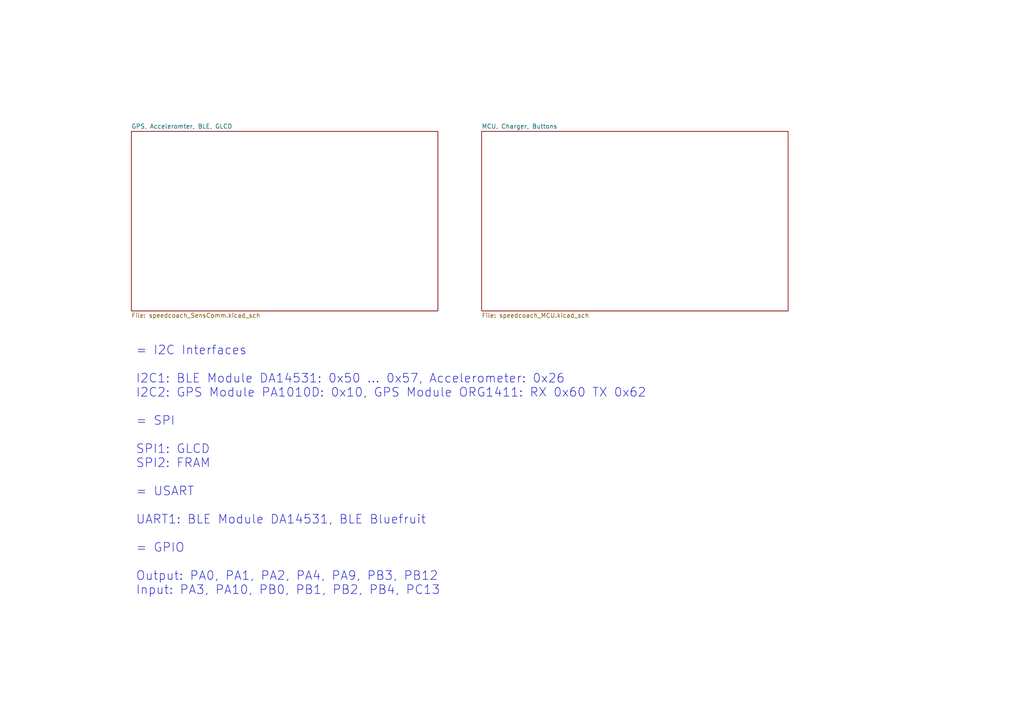
<source format=kicad_sch>
(kicad_sch (version 20211123) (generator eeschema)
  (paper "A4")
  (title_block (title "Speedcoach") (rev "v1") (company "Peter Horauer"))
  (lib_symbols)
  (text "= I2C Interfaces\n\nI2C1: BLE Module DA14531: 0x50 ... 0x57, Accelerometer: 0x26\nI2C2: GPS Module PA1010D: 0x10, GPS Module ORG1411: RX 0x60 TX 0x62\n\n= SPI\n\nSPI1: GLCD\nSPI2: FRAM\n\n= USART\n\nUART1: BLE Module DA14531, BLE Bluefruit\n\n= GPIO\n\nOutput: PA0, PA1, PA2, PA4, PA9, PB3, PB12\nInput: PA3, PA10, PB0, PB1, PB2, PB4, PC13 " (at 39.37 172.72 0) (effects (font (size 2.54 2.54)) (justify left bottom)))
  (sheet (at 38.1 38.1) (size 88.9 52.07)
    (property "Sheet name" "GPS, Acceleromter, BLE, GLCD" (at 38.1 37.3884 0) (effects (justify left bottom)))
    (property "Sheet file" "speedcoach_SensComm.kicad_sch" (at 38.1 90.7546 0) (effects (justify left top)))
  )
  (sheet (at 139.7 38.1) (size 88.9 52.07)
    (property "Sheet name" "MCU, Charger, Buttons" (at 139.7 37.3884 0) (effects (justify left bottom)))
    (property "Sheet file" "speedcoach_MCU.kicad_sch" (at 139.7 90.7546 0) (effects (justify left top)))
  )
)
</source>
